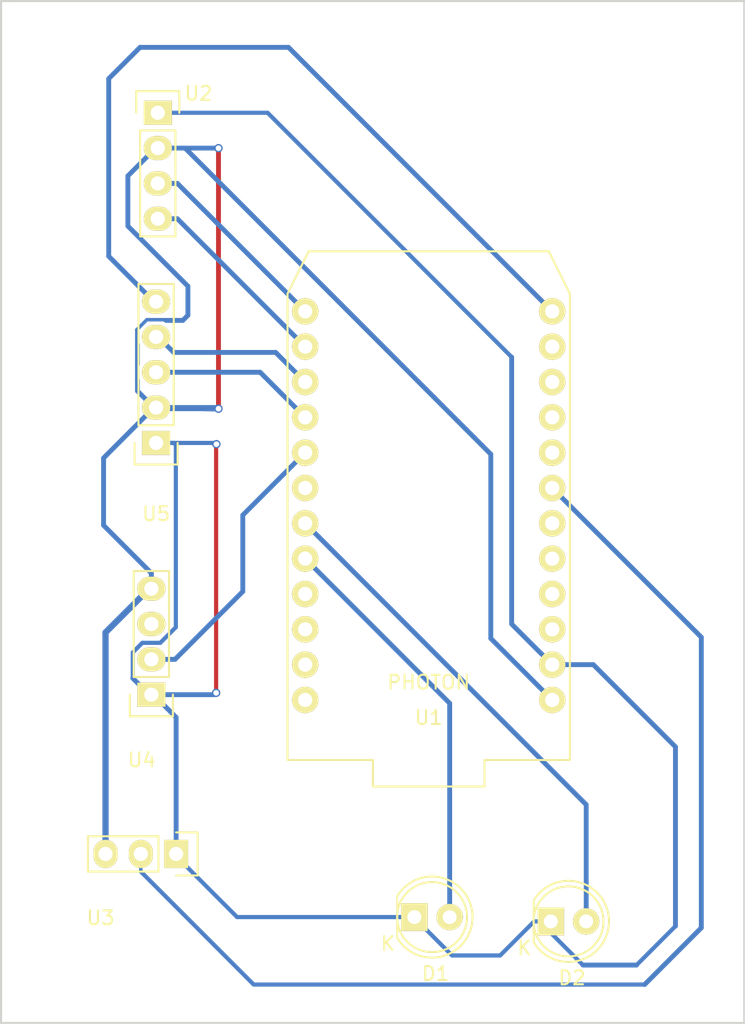
<source format=kicad_pcb>
(kicad_pcb (version 4) (host pcbnew 4.0.2-4+6225~38~ubuntu16.04.1-stable)

  (general
    (links 19)
    (no_connects 0)
    (area 60.584999 39.844999 114.225001 113.465001)
    (thickness 1.6)
    (drawings 6)
    (tracks 120)
    (zones 0)
    (modules 7)
    (nets 12)
  )

  (page A4)
  (title_block
    (title "Sousvide - photon")
    (date 2016-04-30)
    (rev v0.1)
    (company "Reinhardt van Rooyen")
  )

  (layers
    (0 F.Cu signal)
    (31 B.Cu signal)
    (32 B.Adhes user)
    (33 F.Adhes user)
    (34 B.Paste user)
    (35 F.Paste user)
    (36 B.SilkS user)
    (37 F.SilkS user)
    (38 B.Mask user)
    (39 F.Mask user)
    (40 Dwgs.User user)
    (41 Cmts.User user)
    (42 Eco1.User user)
    (43 Eco2.User user)
    (44 Edge.Cuts user)
    (45 Margin user)
    (46 B.CrtYd user)
    (47 F.CrtYd user)
    (48 B.Fab user)
    (49 F.Fab user)
  )

  (setup
    (last_trace_width 0.35)
    (user_trace_width 0.25)
    (user_trace_width 0.35)
    (user_trace_width 0.45)
    (trace_clearance 0.2)
    (zone_clearance 0.508)
    (zone_45_only no)
    (trace_min 0.2)
    (segment_width 0.2)
    (edge_width 0.15)
    (via_size 0.6)
    (via_drill 0.4)
    (via_min_size 0.4)
    (via_min_drill 0.3)
    (uvia_size 0.3)
    (uvia_drill 0.1)
    (uvias_allowed no)
    (uvia_min_size 0.2)
    (uvia_min_drill 0.1)
    (pcb_text_width 0.3)
    (pcb_text_size 1.5 1.5)
    (mod_edge_width 0.15)
    (mod_text_size 1 1)
    (mod_text_width 0.15)
    (pad_size 1.524 1.524)
    (pad_drill 0.762)
    (pad_to_mask_clearance 0.2)
    (aux_axis_origin 0 0)
    (visible_elements FFFFFF7F)
    (pcbplotparams
      (layerselection 0x00000_80000001)
      (usegerberextensions false)
      (excludeedgelayer true)
      (linewidth 0.100000)
      (plotframeref false)
      (viasonmask false)
      (mode 1)
      (useauxorigin false)
      (hpglpennumber 1)
      (hpglpenspeed 20)
      (hpglpendiameter 15)
      (hpglpenoverlay 2)
      (psnegative false)
      (psa4output false)
      (plotreference true)
      (plotvalue true)
      (plotinvisibletext false)
      (padsonsilk false)
      (subtractmaskfromsilk false)
      (outputformat 1)
      (mirror false)
      (drillshape 0)
      (scaleselection 1)
      (outputdirectory ""))
  )

  (net 0 "")
  (net 1 GND)
  (net 2 /POW_LED)
  (net 3 /REL_LED)
  (net 4 /Button)
  (net 5 /TEMP)
  (net 6 /RELAY)
  (net 7 /ROT_CH1)
  (net 8 /ROT_CH2)
  (net 9 /SDL)
  (net 10 /SDA)
  (net 11 VCC)

  (net_class Default "This is the default net class."
    (clearance 0.2)
    (trace_width 0.25)
    (via_dia 0.6)
    (via_drill 0.4)
    (uvia_dia 0.3)
    (uvia_drill 0.1)
  )

  (net_class Thick ""
    (clearance 0.25)
    (trace_width 0.3)
    (via_dia 0.6)
    (via_drill 0.4)
    (uvia_dia 0.3)
    (uvia_drill 0.1)
    (add_net /Button)
    (add_net /POW_LED)
    (add_net /RELAY)
    (add_net /REL_LED)
    (add_net /ROT_CH1)
    (add_net /ROT_CH2)
    (add_net /SDA)
    (add_net /SDL)
    (add_net /TEMP)
    (add_net GND)
    (add_net VCC)
  )

  (module particle:photon (layer F.Cu) (tedit 56106C14) (tstamp 5723B2D1)
    (at 91.44 74.93 180)
    (path /56F0FE3F)
    (fp_text reference U1 (at 0 -16.51 180) (layer F.SilkS)
      (effects (font (size 1 1) (thickness 0.15)))
    )
    (fp_text value PHOTON (at 0 -13.97 180) (layer F.SilkS)
      (effects (font (size 1 1) (thickness 0.15)))
    )
    (fp_text user "all layers" (at 0 19.05 180) (layer Cmts.User)
      (effects (font (size 1 1) (thickness 0.15)))
    )
    (fp_text user "recommended on" (at 0 16.51 180) (layer Cmts.User)
      (effects (font (size 1 1) (thickness 0.15)))
    )
    (fp_text user "signal keep out" (at 0 13.97 180) (layer Cmts.User)
      (effects (font (size 1 1) (thickness 0.15)))
    )
    (fp_text user "ground plane and" (at 0 11.43 180) (layer Cmts.User)
      (effects (font (size 1 1) (thickness 0.15)))
    )
    (fp_line (start 6.35 21.59) (end 7.62 21.59) (layer Dwgs.User) (width 0.15))
    (fp_line (start 7.62 21.59) (end 7.62 8.89) (layer Dwgs.User) (width 0.15))
    (fp_line (start 7.62 8.89) (end -7.62 8.89) (layer Dwgs.User) (width 0.15))
    (fp_line (start 6.35 21.59) (end -7.62 21.59) (layer Dwgs.User) (width 0.15))
    (fp_line (start -7.62 21.59) (end -7.62 8.89) (layer Dwgs.User) (width 0.15))
    (fp_line (start 10.16 13.97) (end 8.636 17.018) (layer F.SilkS) (width 0.15))
    (fp_line (start -10.16 13.97) (end -8.636 17.018) (layer F.SilkS) (width 0.15))
    (fp_line (start -8.636 17.018) (end 8.636 17.018) (layer F.SilkS) (width 0.15))
    (fp_line (start 10.16 -19.558) (end 10.16 13.97) (layer F.SilkS) (width 0.15))
    (fp_line (start -10.16 -19.558) (end -10.16 13.97) (layer F.SilkS) (width 0.15))
    (fp_line (start 4.0132 -19.558) (end 10.16 -19.558) (layer F.SilkS) (width 0.15))
    (fp_line (start -4.0132 -19.558) (end -10.16 -19.558) (layer F.SilkS) (width 0.15))
    (fp_line (start -4.0132 -21.463) (end -4.0132 -19.558) (layer F.SilkS) (width 0.15))
    (fp_line (start 4.0132 -21.463) (end 4.0132 -19.558) (layer F.SilkS) (width 0.15))
    (fp_line (start -4.0132 -21.463) (end 4.0132 -21.463) (layer F.SilkS) (width 0.15))
    (pad 1 thru_hole circle (at -8.89 -15.24 180) (size 1.9 1.9) (drill 1.02) (layers *.Cu *.Mask F.SilkS)
      (net 11 VCC))
    (pad 2 thru_hole circle (at -8.89 -12.7 180) (size 1.9 1.9) (drill 1.02) (layers *.Cu *.Mask F.SilkS)
      (net 1 GND))
    (pad 3 thru_hole circle (at -8.89 -10.16 180) (size 1.9 1.9) (drill 1.02) (layers *.Cu *.Mask F.SilkS))
    (pad 4 thru_hole circle (at -8.89 -7.62 180) (size 1.9 1.9) (drill 1.02) (layers *.Cu *.Mask F.SilkS))
    (pad 5 thru_hole circle (at -8.89 -5.08 180) (size 1.9 1.9) (drill 1.02) (layers *.Cu *.Mask F.SilkS))
    (pad 6 thru_hole circle (at -8.89 -2.54 180) (size 1.9 1.9) (drill 1.02) (layers *.Cu *.Mask F.SilkS))
    (pad 7 thru_hole circle (at -8.89 0 180) (size 1.9 1.9) (drill 1.02) (layers *.Cu *.Mask F.SilkS)
      (net 5 /TEMP))
    (pad 8 thru_hole circle (at -8.89 2.54 180) (size 1.9 1.9) (drill 1.02) (layers *.Cu *.Mask F.SilkS))
    (pad 9 thru_hole circle (at -8.89 5.08 180) (size 1.9 1.9) (drill 1.02) (layers *.Cu *.Mask F.SilkS))
    (pad 10 thru_hole circle (at -8.89 7.62 180) (size 1.9 1.9) (drill 1.02) (layers *.Cu *.Mask F.SilkS))
    (pad 11 thru_hole circle (at -8.89 10.16 180) (size 1.9 1.9) (drill 1.02) (layers *.Cu *.Mask F.SilkS))
    (pad 12 thru_hole circle (at -8.89 12.7 180) (size 1.9 1.9) (drill 1.02) (layers *.Cu *.Mask F.SilkS)
      (net 4 /Button))
    (pad 24 thru_hole circle (at 8.89 -15.24 180) (size 1.9 1.9) (drill 1.02) (layers *.Cu *.Mask F.SilkS))
    (pad 23 thru_hole circle (at 8.89 -12.7 180) (size 1.9 1.9) (drill 1.02) (layers *.Cu *.Mask F.SilkS))
    (pad 22 thru_hole circle (at 8.89 -10.16 180) (size 1.9 1.9) (drill 1.02) (layers *.Cu *.Mask F.SilkS))
    (pad 21 thru_hole circle (at 8.89 -7.62 180) (size 1.9 1.9) (drill 1.02) (layers *.Cu *.Mask F.SilkS))
    (pad 20 thru_hole circle (at 8.89 -5.08 180) (size 1.9 1.9) (drill 1.02) (layers *.Cu *.Mask F.SilkS)
      (net 2 /POW_LED))
    (pad 19 thru_hole circle (at 8.89 -2.54 180) (size 1.9 1.9) (drill 1.02) (layers *.Cu *.Mask F.SilkS)
      (net 3 /REL_LED))
    (pad 18 thru_hole circle (at 8.89 0 180) (size 1.9 1.9) (drill 1.02) (layers *.Cu *.Mask F.SilkS))
    (pad 17 thru_hole circle (at 8.89 2.54 180) (size 1.9 1.9) (drill 1.02) (layers *.Cu *.Mask F.SilkS)
      (net 6 /RELAY))
    (pad 16 thru_hole circle (at 8.89 5.08 180) (size 1.9 1.9) (drill 1.02) (layers *.Cu *.Mask F.SilkS)
      (net 7 /ROT_CH1))
    (pad 15 thru_hole circle (at 8.89 7.62 180) (size 1.9 1.9) (drill 1.02) (layers *.Cu *.Mask F.SilkS)
      (net 8 /ROT_CH2))
    (pad 14 thru_hole circle (at 8.89 10.16 180) (size 1.9 1.9) (drill 1.02) (layers *.Cu *.Mask F.SilkS)
      (net 9 /SDL))
    (pad 13 thru_hole circle (at 8.89 12.7 180) (size 1.9 1.9) (drill 1.02) (layers *.Cu *.Mask F.SilkS)
      (net 10 /SDA))
  )

  (module Pin_Headers:Pin_Header_Straight_1x05 (layer F.Cu) (tedit 54EA0684) (tstamp 5723B2F1)
    (at 71.82 71.69 180)
    (descr "Through hole pin header")
    (tags "pin header")
    (path /5723D442)
    (fp_text reference U5 (at 0 -5.1 180) (layer F.SilkS)
      (effects (font (size 1 1) (thickness 0.15)))
    )
    (fp_text value rot_enc_2 (at 0 -3.1 180) (layer F.Fab)
      (effects (font (size 1 1) (thickness 0.15)))
    )
    (fp_line (start -1.55 0) (end -1.55 -1.55) (layer F.SilkS) (width 0.15))
    (fp_line (start -1.55 -1.55) (end 1.55 -1.55) (layer F.SilkS) (width 0.15))
    (fp_line (start 1.55 -1.55) (end 1.55 0) (layer F.SilkS) (width 0.15))
    (fp_line (start -1.75 -1.75) (end -1.75 11.95) (layer F.CrtYd) (width 0.05))
    (fp_line (start 1.75 -1.75) (end 1.75 11.95) (layer F.CrtYd) (width 0.05))
    (fp_line (start -1.75 -1.75) (end 1.75 -1.75) (layer F.CrtYd) (width 0.05))
    (fp_line (start -1.75 11.95) (end 1.75 11.95) (layer F.CrtYd) (width 0.05))
    (fp_line (start 1.27 1.27) (end 1.27 11.43) (layer F.SilkS) (width 0.15))
    (fp_line (start 1.27 11.43) (end -1.27 11.43) (layer F.SilkS) (width 0.15))
    (fp_line (start -1.27 11.43) (end -1.27 1.27) (layer F.SilkS) (width 0.15))
    (fp_line (start 1.27 1.27) (end -1.27 1.27) (layer F.SilkS) (width 0.15))
    (pad 1 thru_hole rect (at 0 0 180) (size 2.032 1.7272) (drill 1.016) (layers *.Cu *.Mask F.SilkS)
      (net 1 GND))
    (pad 2 thru_hole oval (at 0 2.54 180) (size 2.032 1.7272) (drill 1.016) (layers *.Cu *.Mask F.SilkS)
      (net 11 VCC))
    (pad 3 thru_hole oval (at 0 5.08 180) (size 2.032 1.7272) (drill 1.016) (layers *.Cu *.Mask F.SilkS)
      (net 7 /ROT_CH1))
    (pad 4 thru_hole oval (at 0 7.62 180) (size 2.032 1.7272) (drill 1.016) (layers *.Cu *.Mask F.SilkS)
      (net 8 /ROT_CH2))
    (pad 5 thru_hole oval (at 0 10.16 180) (size 2.032 1.7272) (drill 1.016) (layers *.Cu *.Mask F.SilkS)
      (net 4 /Button))
    (model Pin_Headers.3dshapes/Pin_Header_Straight_1x05.wrl
      (at (xyz 0 -0.2 0))
      (scale (xyz 1 1 1))
      (rotate (xyz 0 0 90))
    )
  )

  (module LEDs:LED-5MM (layer F.Cu) (tedit 57250500) (tstamp 5723B2AF)
    (at 90.41 105.78)
    (descr "LED 5mm round vertical")
    (tags "LED 5mm round vertical")
    (path /56F11552)
    (fp_text reference D1 (at 1.524 4.064) (layer F.SilkS)
      (effects (font (size 1 1) (thickness 0.15)))
    )
    (fp_text value POW_LED (at -1.67 -4.19) (layer F.Fab)
      (effects (font (size 1 1) (thickness 0.15)))
    )
    (fp_line (start -1.5 -1.55) (end -1.5 1.55) (layer F.CrtYd) (width 0.05))
    (fp_arc (start 1.3 0) (end -1.5 1.55) (angle -302) (layer F.CrtYd) (width 0.05))
    (fp_arc (start 1.27 0) (end -1.23 -1.5) (angle 297.5) (layer F.SilkS) (width 0.15))
    (fp_line (start -1.23 1.5) (end -1.23 -1.5) (layer F.SilkS) (width 0.15))
    (fp_circle (center 1.27 0) (end 0.97 -2.5) (layer F.SilkS) (width 0.15))
    (fp_text user K (at -1.905 1.905) (layer F.SilkS)
      (effects (font (size 1 1) (thickness 0.15)))
    )
    (pad 1 thru_hole rect (at 0 0 90) (size 2 1.9) (drill 1.00076) (layers *.Cu *.Mask F.SilkS)
      (net 1 GND))
    (pad 2 thru_hole circle (at 2.54 0) (size 1.9 1.9) (drill 1.00076) (layers *.Cu *.Mask F.SilkS)
      (net 2 /POW_LED))
    (model LEDs.3dshapes/LED-5MM.wrl
      (at (xyz 0.05 0 0))
      (scale (xyz 1 1 1))
      (rotate (xyz 0 0 90))
    )
  )

  (module LEDs:LED-5MM (layer F.Cu) (tedit 57250503) (tstamp 5723B2B5)
    (at 100.23 106.09)
    (descr "LED 5mm round vertical")
    (tags "LED 5mm round vertical")
    (path /56F1127F)
    (fp_text reference D2 (at 1.524 4.064) (layer F.SilkS)
      (effects (font (size 1 1) (thickness 0.15)))
    )
    (fp_text value RELAY_LED (at 3.43 -4.22) (layer F.Fab)
      (effects (font (size 1 1) (thickness 0.15)))
    )
    (fp_line (start -1.5 -1.55) (end -1.5 1.55) (layer F.CrtYd) (width 0.05))
    (fp_arc (start 1.3 0) (end -1.5 1.55) (angle -302) (layer F.CrtYd) (width 0.05))
    (fp_arc (start 1.27 0) (end -1.23 -1.5) (angle 297.5) (layer F.SilkS) (width 0.15))
    (fp_line (start -1.23 1.5) (end -1.23 -1.5) (layer F.SilkS) (width 0.15))
    (fp_circle (center 1.27 0) (end 0.97 -2.5) (layer F.SilkS) (width 0.15))
    (fp_text user K (at -1.905 1.905) (layer F.SilkS)
      (effects (font (size 1 1) (thickness 0.15)))
    )
    (pad 1 thru_hole rect (at 0 0 90) (size 2 1.9) (drill 1.00076) (layers *.Cu *.Mask F.SilkS)
      (net 1 GND))
    (pad 2 thru_hole circle (at 2.54 0) (size 1.9 1.9) (drill 1.00076) (layers *.Cu *.Mask F.SilkS)
      (net 3 /REL_LED))
    (model LEDs.3dshapes/LED-5MM.wrl
      (at (xyz 0.05 0 0))
      (scale (xyz 1 1 1))
      (rotate (xyz 0 0 90))
    )
  )

  (module Pin_Headers:Pin_Header_Straight_1x03 (layer F.Cu) (tedit 572504EC) (tstamp 5723B2E0)
    (at 73.26 101.24 270)
    (descr "Through hole pin header")
    (tags "pin header")
    (path /56F12551)
    (fp_text reference U3 (at 4.6 5.44 360) (layer F.SilkS)
      (effects (font (size 1 1) (thickness 0.15)))
    )
    (fp_text value DS18B20 (at 2.81 5.14 360) (layer F.Fab)
      (effects (font (size 1 1) (thickness 0.15)))
    )
    (fp_line (start -1.75 -1.75) (end -1.75 6.85) (layer F.CrtYd) (width 0.05))
    (fp_line (start 1.75 -1.75) (end 1.75 6.85) (layer F.CrtYd) (width 0.05))
    (fp_line (start -1.75 -1.75) (end 1.75 -1.75) (layer F.CrtYd) (width 0.05))
    (fp_line (start -1.75 6.85) (end 1.75 6.85) (layer F.CrtYd) (width 0.05))
    (fp_line (start -1.27 1.27) (end -1.27 6.35) (layer F.SilkS) (width 0.15))
    (fp_line (start -1.27 6.35) (end 1.27 6.35) (layer F.SilkS) (width 0.15))
    (fp_line (start 1.27 6.35) (end 1.27 1.27) (layer F.SilkS) (width 0.15))
    (fp_line (start 1.55 -1.55) (end 1.55 0) (layer F.SilkS) (width 0.15))
    (fp_line (start 1.27 1.27) (end -1.27 1.27) (layer F.SilkS) (width 0.15))
    (fp_line (start -1.55 0) (end -1.55 -1.55) (layer F.SilkS) (width 0.15))
    (fp_line (start -1.55 -1.55) (end 1.55 -1.55) (layer F.SilkS) (width 0.15))
    (pad 1 thru_hole rect (at 0 0 270) (size 2.032 1.7272) (drill 1.016) (layers *.Cu *.Mask F.SilkS)
      (net 1 GND))
    (pad 2 thru_hole oval (at 0 2.54 270) (size 2.032 1.7272) (drill 1.016) (layers *.Cu *.Mask F.SilkS)
      (net 5 /TEMP))
    (pad 3 thru_hole oval (at 0 5.08 270) (size 2.032 1.7272) (drill 1.016) (layers *.Cu *.Mask F.SilkS)
      (net 11 VCC))
    (model Pin_Headers.3dshapes/Pin_Header_Straight_1x03.wrl
      (at (xyz 0 -0.1 0))
      (scale (xyz 1 1 1))
      (rotate (xyz 0 0 90))
    )
  )

  (module Pin_Headers:Pin_Header_Straight_1x04 (layer F.Cu) (tedit 572504F2) (tstamp 5723B2E8)
    (at 71.48 89.79 180)
    (descr "Through hole pin header")
    (tags "pin header")
    (path /56F1163E)
    (fp_text reference U4 (at 0.69 -4.7 180) (layer F.SilkS)
      (effects (font (size 1 1) (thickness 0.15)))
    )
    (fp_text value relay (at 0.65 -2.98 180) (layer F.Fab)
      (effects (font (size 1 1) (thickness 0.15)))
    )
    (fp_line (start -1.75 -1.75) (end -1.75 9.4) (layer F.CrtYd) (width 0.05))
    (fp_line (start 1.75 -1.75) (end 1.75 9.4) (layer F.CrtYd) (width 0.05))
    (fp_line (start -1.75 -1.75) (end 1.75 -1.75) (layer F.CrtYd) (width 0.05))
    (fp_line (start -1.75 9.4) (end 1.75 9.4) (layer F.CrtYd) (width 0.05))
    (fp_line (start -1.27 1.27) (end -1.27 8.89) (layer F.SilkS) (width 0.15))
    (fp_line (start 1.27 1.27) (end 1.27 8.89) (layer F.SilkS) (width 0.15))
    (fp_line (start 1.55 -1.55) (end 1.55 0) (layer F.SilkS) (width 0.15))
    (fp_line (start -1.27 8.89) (end 1.27 8.89) (layer F.SilkS) (width 0.15))
    (fp_line (start 1.27 1.27) (end -1.27 1.27) (layer F.SilkS) (width 0.15))
    (fp_line (start -1.55 0) (end -1.55 -1.55) (layer F.SilkS) (width 0.15))
    (fp_line (start -1.55 -1.55) (end 1.55 -1.55) (layer F.SilkS) (width 0.15))
    (pad 1 thru_hole rect (at 0 0 180) (size 2.032 1.7272) (drill 1.016) (layers *.Cu *.Mask F.SilkS)
      (net 1 GND))
    (pad 2 thru_hole oval (at 0 2.54 180) (size 2.032 1.7272) (drill 1.016) (layers *.Cu *.Mask F.SilkS)
      (net 6 /RELAY))
    (pad 3 thru_hole oval (at 0 5.08 180) (size 2.032 1.7272) (drill 1.016) (layers *.Cu *.Mask F.SilkS))
    (pad 4 thru_hole oval (at 0 7.62 180) (size 2.032 1.7272) (drill 1.016) (layers *.Cu *.Mask F.SilkS)
      (net 11 VCC))
    (model Pin_Headers.3dshapes/Pin_Header_Straight_1x04.wrl
      (at (xyz 0 -0.15 0))
      (scale (xyz 1 1 1))
      (rotate (xyz 0 0 90))
    )
  )

  (module Pin_Headers:Pin_Header_Straight_1x04 (layer F.Cu) (tedit 572504FA) (tstamp 5723D25C)
    (at 71.942457 47.951728)
    (descr "Through hole pin header")
    (tags "pin header")
    (path /5723DDC4)
    (fp_text reference U2 (at 2.927543 -1.391728) (layer F.SilkS)
      (effects (font (size 1 1) (thickness 0.15)))
    )
    (fp_text value LCM1602_IIC_v1 (at 4.177543 -2.951728) (layer F.Fab)
      (effects (font (size 1 1) (thickness 0.15)))
    )
    (fp_line (start -1.75 -1.75) (end -1.75 9.4) (layer F.CrtYd) (width 0.05))
    (fp_line (start 1.75 -1.75) (end 1.75 9.4) (layer F.CrtYd) (width 0.05))
    (fp_line (start -1.75 -1.75) (end 1.75 -1.75) (layer F.CrtYd) (width 0.05))
    (fp_line (start -1.75 9.4) (end 1.75 9.4) (layer F.CrtYd) (width 0.05))
    (fp_line (start -1.27 1.27) (end -1.27 8.89) (layer F.SilkS) (width 0.15))
    (fp_line (start 1.27 1.27) (end 1.27 8.89) (layer F.SilkS) (width 0.15))
    (fp_line (start 1.55 -1.55) (end 1.55 0) (layer F.SilkS) (width 0.15))
    (fp_line (start -1.27 8.89) (end 1.27 8.89) (layer F.SilkS) (width 0.15))
    (fp_line (start 1.27 1.27) (end -1.27 1.27) (layer F.SilkS) (width 0.15))
    (fp_line (start -1.55 0) (end -1.55 -1.55) (layer F.SilkS) (width 0.15))
    (fp_line (start -1.55 -1.55) (end 1.55 -1.55) (layer F.SilkS) (width 0.15))
    (pad 1 thru_hole rect (at 0 0) (size 2.032 1.7272) (drill 1.016) (layers *.Cu *.Mask F.SilkS)
      (net 1 GND))
    (pad 2 thru_hole oval (at 0 2.54) (size 2.032 1.7272) (drill 1.016) (layers *.Cu *.Mask F.SilkS)
      (net 11 VCC))
    (pad 3 thru_hole oval (at 0 5.08) (size 2.032 1.7272) (drill 1.016) (layers *.Cu *.Mask F.SilkS)
      (net 10 /SDA))
    (pad 4 thru_hole oval (at 0 7.62) (size 2.032 1.7272) (drill 1.016) (layers *.Cu *.Mask F.SilkS)
      (net 9 /SDL))
    (model Pin_Headers.3dshapes/Pin_Header_Straight_1x04.wrl
      (at (xyz 0 -0.15 0))
      (scale (xyz 1 1 1))
      (rotate (xyz 0 0 90))
    )
  )

  (gr_line (start 60.66 39.92) (end 60.67 39.92) (angle 90) (layer Edge.Cuts) (width 0.15))
  (gr_line (start 61.22 39.92) (end 60.66 39.92) (angle 90) (layer Edge.Cuts) (width 0.15))
  (gr_line (start 61.22 39.92) (end 114.15 39.92) (angle 90) (layer Edge.Cuts) (width 0.15))
  (gr_line (start 60.66 113.39) (end 60.66 39.92) (angle 90) (layer Edge.Cuts) (width 0.15))
  (gr_line (start 114.15 113.39) (end 60.66 113.39) (angle 90) (layer Edge.Cuts) (width 0.15))
  (gr_line (start 114.15 39.92) (end 114.15 113.39) (angle 90) (layer Edge.Cuts) (width 0.15))

  (segment (start 71.82 71.69) (end 76.07 71.69) (width 0.3) (layer B.Cu) (net 1))
  (segment (start 76.01 89.79) (end 71.48 89.79) (width 0.35) (layer B.Cu) (net 1) (tstamp 57250423))
  (segment (start 76.14 89.66) (end 76.01 89.79) (width 0.3) (layer B.Cu) (net 1) (tstamp 57250422))
  (via (at 76.14 89.66) (size 0.6) (drill 0.4) (layers F.Cu B.Cu) (net 1))
  (segment (start 76.14 71.8) (end 76.14 89.66) (width 0.3) (layer F.Cu) (net 1) (tstamp 57250420))
  (segment (start 76.16 71.78) (end 76.14 71.8) (width 0.3) (layer F.Cu) (net 1) (tstamp 5725041F))
  (via (at 76.16 71.78) (size 0.6) (drill 0.4) (layers F.Cu B.Cu) (net 1))
  (segment (start 76.07 71.69) (end 76.16 71.78) (width 0.3) (layer B.Cu) (net 1) (tstamp 5725041C))
  (segment (start 71.82 71.69) (end 73.086 71.69) (width 0.3) (layer B.Cu) (net 1))
  (segment (start 71.3276 89.79) (end 71.48 89.79) (width 0.3) (layer B.Cu) (net 1))
  (segment (start 73.086 71.69) (end 73.24 71.844) (width 0.3) (layer B.Cu) (net 1))
  (segment (start 73.24 71.844) (end 73.24 84.946128) (width 0.3) (layer B.Cu) (net 1))
  (segment (start 70.13899 88.60139) (end 71.3276 89.79) (width 0.35) (layer B.Cu) (net 1))
  (segment (start 73.24 84.946128) (end 72.124738 86.06139) (width 0.3) (layer B.Cu) (net 1))
  (segment (start 72.124738 86.06139) (end 70.835262 86.06139) (width 0.3) (layer B.Cu) (net 1))
  (segment (start 70.835262 86.06139) (end 70.13899 86.757662) (width 0.3) (layer B.Cu) (net 1))
  (segment (start 70.13899 86.757662) (end 70.13899 88.60139) (width 0.3) (layer B.Cu) (net 1))
  (segment (start 73.26 101.24) (end 73.26 91.4176) (width 0.35) (layer B.Cu) (net 1))
  (segment (start 73.26 91.4176) (end 71.6324 89.79) (width 0.35) (layer B.Cu) (net 1))
  (segment (start 71.6324 89.79) (end 71.48 89.79) (width 0.3) (layer B.Cu) (net 1))
  (segment (start 109.2 93.54) (end 103.29 87.63) (width 0.35) (layer B.Cu) (net 1))
  (segment (start 103.29 87.63) (end 100.33 87.63) (width 0.35) (layer B.Cu) (net 1))
  (segment (start 109.2 106.43) (end 109.2 93.54) (width 0.35) (layer B.Cu) (net 1))
  (segment (start 106.4 109.23) (end 109.2 106.43) (width 0.3) (layer B.Cu) (net 1))
  (segment (start 102.54 109.23) (end 106.4 109.23) (width 0.35) (layer B.Cu) (net 1))
  (segment (start 100.23 106.92) (end 102.54 109.23) (width 0.3) (layer B.Cu) (net 1))
  (segment (start 100.23 106.09) (end 100.23 106.92) (width 0.3) (layer B.Cu) (net 1))
  (segment (start 100.23 106.28) (end 100.23 106.09) (width 0.3) (layer B.Cu) (net 1))
  (segment (start 100.23 106.09) (end 99.03 106.09) (width 0.3) (layer B.Cu) (net 1))
  (segment (start 99.03 106.09) (end 96.58 108.54) (width 0.3) (layer B.Cu) (net 1))
  (segment (start 96.58 108.54) (end 93.12 108.54) (width 0.3) (layer B.Cu) (net 1))
  (segment (start 93.12 108.54) (end 90.41 105.83) (width 0.3) (layer B.Cu) (net 1))
  (segment (start 90.41 105.83) (end 90.41 105.78) (width 0.3) (layer B.Cu) (net 1))
  (segment (start 90.41 105.78) (end 77.6476 105.78) (width 0.3) (layer B.Cu) (net 1))
  (segment (start 77.6476 105.78) (end 73.26 101.3924) (width 0.3) (layer B.Cu) (net 1))
  (segment (start 73.26 101.3924) (end 73.26 101.24) (width 0.3) (layer B.Cu) (net 1))
  (segment (start 71.942457 47.951728) (end 79.841728 47.951728) (width 0.3) (layer B.Cu) (net 1))
  (segment (start 79.841728 47.951728) (end 97.41 65.52) (width 0.3) (layer B.Cu) (net 1))
  (segment (start 97.41 65.52) (end 97.41 84.71) (width 0.35) (layer B.Cu) (net 1))
  (segment (start 97.41 84.71) (end 99.380001 86.680001) (width 0.35) (layer B.Cu) (net 1))
  (segment (start 99.380001 86.680001) (end 100.33 87.63) (width 0.35) (layer B.Cu) (net 1))
  (segment (start 92.95 105.78) (end 92.95 90.41) (width 0.35) (layer B.Cu) (net 2))
  (segment (start 92.95 90.41) (end 82.55 80.01) (width 0.35) (layer B.Cu) (net 2))
  (segment (start 102.77 106.09) (end 102.774712 106.085288) (width 0.25) (layer B.Cu) (net 3))
  (segment (start 102.774712 106.085288) (end 102.774712 97.694712) (width 0.35) (layer B.Cu) (net 3))
  (segment (start 102.774712 97.694712) (end 83.499999 78.419999) (width 0.35) (layer B.Cu) (net 3))
  (segment (start 83.499999 78.419999) (end 82.55 77.47) (width 0.35) (layer B.Cu) (net 3))
  (segment (start 70.66 43.25) (end 81.35 43.25) (width 0.35) (layer B.Cu) (net 4))
  (segment (start 81.35 43.25) (end 100.33 62.23) (width 0.35) (layer B.Cu) (net 4))
  (segment (start 68.41 45.5) (end 70.66 43.25) (width 0.35) (layer B.Cu) (net 4))
  (segment (start 68.41 58.2724) (end 68.41 45.5) (width 0.35) (layer B.Cu) (net 4))
  (segment (start 71.82 61.53) (end 71.6676 61.53) (width 0.25) (layer B.Cu) (net 4))
  (segment (start 71.6676 61.53) (end 68.41 58.2724) (width 0.35) (layer B.Cu) (net 4))
  (segment (start 70.72 101.24) (end 70.72 102.506) (width 0.25) (layer B.Cu) (net 5))
  (segment (start 111.06 85.66) (end 101.279999 75.879999) (width 0.35) (layer B.Cu) (net 5))
  (segment (start 70.72 102.506) (end 78.844 110.63) (width 0.3) (layer B.Cu) (net 5))
  (segment (start 78.844 110.63) (end 106.98 110.63) (width 0.3) (layer B.Cu) (net 5))
  (segment (start 106.98 110.63) (end 111.06 106.55) (width 0.35) (layer B.Cu) (net 5))
  (segment (start 101.279999 75.879999) (end 100.33 74.93) (width 0.35) (layer B.Cu) (net 5))
  (segment (start 111.06 106.55) (end 111.06 85.66) (width 0.35) (layer B.Cu) (net 5))
  (segment (start 70.72 101.24) (end 70.72 101.0876) (width 0.25) (layer B.Cu) (net 5))
  (segment (start 71.48 87.25) (end 73.18 87.25) (width 0.35) (layer B.Cu) (net 6))
  (segment (start 73.18 87.25) (end 78.06 82.37) (width 0.35) (layer B.Cu) (net 6))
  (segment (start 78.06 82.37) (end 78.06 76.88) (width 0.35) (layer B.Cu) (net 6))
  (segment (start 78.06 76.88) (end 81.600001 73.339999) (width 0.35) (layer B.Cu) (net 6))
  (segment (start 81.600001 73.339999) (end 82.55 72.39) (width 0.35) (layer B.Cu) (net 6))
  (segment (start 71.82 66.61) (end 79.31 66.61) (width 0.35) (layer B.Cu) (net 7))
  (segment (start 79.31 66.61) (end 82.55 69.85) (width 0.35) (layer B.Cu) (net 7))
  (segment (start 81.600001 66.360001) (end 82.55 67.31) (width 0.35) (layer B.Cu) (net 8))
  (segment (start 73.086 65.1836) (end 80.4236 65.1836) (width 0.35) (layer B.Cu) (net 8))
  (segment (start 71.9724 64.07) (end 73.086 65.1836) (width 0.35) (layer B.Cu) (net 8))
  (segment (start 71.82 64.07) (end 71.9724 64.07) (width 0.25) (layer B.Cu) (net 8))
  (segment (start 80.4236 65.1836) (end 81.600001 66.360001) (width 0.35) (layer B.Cu) (net 8))
  (segment (start 71.942457 55.571728) (end 73.351728 55.571728) (width 0.35) (layer B.Cu) (net 9))
  (segment (start 73.351728 55.571728) (end 82.55 64.77) (width 0.35) (layer B.Cu) (net 9))
  (segment (start 71.942457 53.031728) (end 73.351728 53.031728) (width 0.35) (layer B.Cu) (net 10))
  (segment (start 73.351728 53.031728) (end 82.55 62.23) (width 0.35) (layer B.Cu) (net 10))
  (segment (start 71.82 69.15) (end 76.23 69.15) (width 0.35) (layer B.Cu) (net 11))
  (segment (start 76.23 69.15) (end 71.82 69.15) (width 0.35) (layer B.Cu) (net 11) (tstamp 5727B0E1))
  (segment (start 71.82 69.15) (end 71.9 69.23) (width 0.35) (layer B.Cu) (net 11) (tstamp 5727B0E2))
  (segment (start 71.9 69.23) (end 76.31 69.23) (width 0.35) (layer B.Cu) (net 11) (tstamp 5727B0E3))
  (segment (start 76.31 50.5) (end 76.31 69.23) (width 0.35) (layer F.Cu) (net 11))
  (segment (start 71.82 69.15) (end 76.25 69.26) (width 0.35) (layer B.Cu) (net 11))
  (segment (start 76.311728 50.491728) (end 71.942457 50.491728) (width 0.35) (layer B.Cu) (net 11) (tstamp 572503AE))
  (segment (start 76.31 50.5) (end 76.311728 50.491728) (width 0.25) (layer B.Cu) (net 11) (tstamp 572503AD))
  (via (at 76.31 50.5) (size 0.6) (drill 0.4) (layers F.Cu B.Cu) (net 11))
  (via (at 76.31 69.23) (size 0.6) (drill 0.4) (layers F.Cu B.Cu) (net 11))
  (segment (start 76.25 69.26) (end 76.31 69.23) (width 0.25) (layer B.Cu) (net 11) (tstamp 572503A8))
  (segment (start 69.788996 52.492789) (end 69.788996 56.098996) (width 0.35) (layer B.Cu) (net 11))
  (segment (start 70.601447 51.680338) (end 69.788996 52.492789) (width 0.35) (layer B.Cu) (net 11))
  (segment (start 69.788996 56.098996) (end 74.11 60.42) (width 0.35) (layer B.Cu) (net 11))
  (segment (start 74.11 60.42) (end 74.11 62.51) (width 0.35) (layer B.Cu) (net 11))
  (segment (start 72.535449 62.88139) (end 72.485449 62.83139) (width 0.25) (layer B.Cu) (net 11))
  (segment (start 74.11 62.51) (end 73.73861 62.88139) (width 0.35) (layer B.Cu) (net 11))
  (segment (start 73.73861 62.88139) (end 72.535449 62.88139) (width 0.35) (layer B.Cu) (net 11))
  (segment (start 72.485449 62.83139) (end 71.154551 62.83139) (width 0.25) (layer B.Cu) (net 11))
  (segment (start 70.42899 67.123049) (end 70.47899 67.173049) (width 0.25) (layer B.Cu) (net 11))
  (segment (start 71.154551 62.83139) (end 70.42899 63.556951) (width 0.25) (layer B.Cu) (net 11))
  (segment (start 70.42899 63.556951) (end 70.42899 64.583049) (width 0.25) (layer B.Cu) (net 11))
  (segment (start 70.42899 64.583049) (end 70.47899 64.633049) (width 0.25) (layer B.Cu) (net 11))
  (segment (start 70.47899 64.633049) (end 70.47899 66.046951) (width 0.35) (layer B.Cu) (net 11))
  (segment (start 70.47899 66.046951) (end 70.42899 66.096951) (width 0.25) (layer B.Cu) (net 11))
  (segment (start 70.42899 66.096951) (end 70.42899 67.123049) (width 0.25) (layer B.Cu) (net 11))
  (segment (start 70.47899 67.173049) (end 70.47899 67.96139) (width 0.35) (layer B.Cu) (net 11))
  (segment (start 70.47899 67.96139) (end 71.6676 69.15) (width 0.35) (layer B.Cu) (net 11))
  (segment (start 71.942457 50.491728) (end 73.904179 50.491728) (width 0.25) (layer B.Cu) (net 11))
  (segment (start 73.904179 50.491728) (end 95.91 72.497549) (width 0.35) (layer B.Cu) (net 11))
  (segment (start 95.91 72.497549) (end 95.91 85.75) (width 0.35) (layer B.Cu) (net 11))
  (segment (start 95.91 85.75) (end 99.380001 89.220001) (width 0.35) (layer B.Cu) (net 11))
  (segment (start 99.380001 89.220001) (end 100.33 90.17) (width 0.35) (layer B.Cu) (net 11))
  (segment (start 71.942457 50.491728) (end 71.790057 50.491728) (width 0.25) (layer B.Cu) (net 11))
  (segment (start 71.790057 50.491728) (end 70.601447 51.680338) (width 0.35) (layer B.Cu) (net 11))
  (segment (start 71.6676 69.15) (end 71.82 69.15) (width 0.25) (layer B.Cu) (net 11))
  (segment (start 71.6676 69.15) (end 68.04 72.7776) (width 0.35) (layer B.Cu) (net 11))
  (segment (start 68.04 72.7776) (end 68.04 77.6164) (width 0.35) (layer B.Cu) (net 11))
  (segment (start 68.04 77.6164) (end 71.48 81.0564) (width 0.35) (layer B.Cu) (net 11))
  (segment (start 71.48 81.0564) (end 71.48 82.17) (width 0.35) (layer B.Cu) (net 11))
  (segment (start 68.18 101.24) (end 68.18 85.3176) (width 0.45) (layer B.Cu) (net 11))
  (segment (start 68.18 85.3176) (end 71.3276 82.17) (width 0.45) (layer B.Cu) (net 11))
  (segment (start 71.3276 82.17) (end 71.48 82.17) (width 0.25) (layer B.Cu) (net 11))

)

</source>
